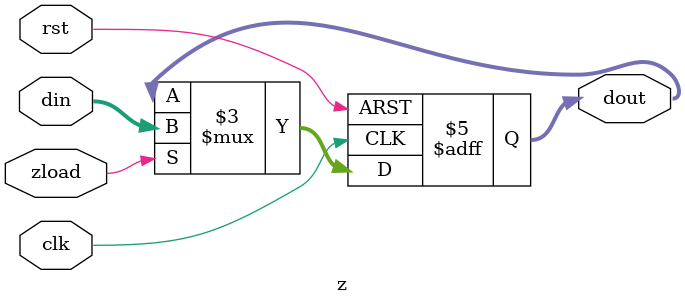
<source format=v>
/*标志寄存器*/
/*输入din：数据输入；8位，来自于算数逻辑单元的输出
   输入clk：时钟信号，进行时序控制；1位，来自qtsj.v的输出clk_choose；
   输入rst：复位信号，该位为1时系统正常工作，为0时系统复位；1位，来自控制器；
   输入zload：载入信号，该位为1时该部件工作，为0时该部件不工作；1位，来自控制器；
   输出dout：数据输出；实际不与总线或其他部件相连
*/
module z(din,clk,rst, zload,dout);
input[7:0] din;
input clk,rst,zload;
output [7:0]dout;
reg [7:0]dout;
always@(posedge clk or negedge rst)
if(!rst)
	dout<=0;
else if(zload)
	dout<=din;
endmodule
</source>
